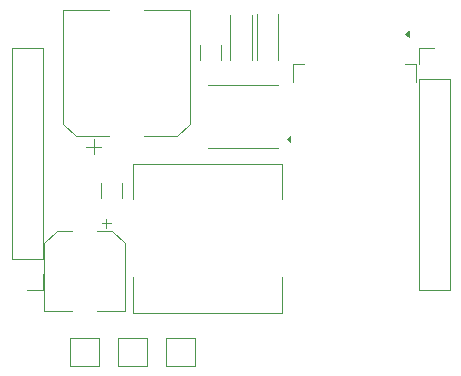
<source format=gbr>
%TF.GenerationSoftware,KiCad,Pcbnew,7.0.11*%
%TF.CreationDate,2025-01-11T05:46:01+09:00*%
%TF.ProjectId,VoltageBooster,566f6c74-6167-4654-926f-6f737465722e,rev?*%
%TF.SameCoordinates,Original*%
%TF.FileFunction,Legend,Top*%
%TF.FilePolarity,Positive*%
%FSLAX46Y46*%
G04 Gerber Fmt 4.6, Leading zero omitted, Abs format (unit mm)*
G04 Created by KiCad (PCBNEW 7.0.11) date 2025-01-11 05:46:01*
%MOMM*%
%LPD*%
G01*
G04 APERTURE LIST*
%ADD10C,0.120000*%
G04 APERTURE END LIST*
D10*
%TO.C,REF\u002A\u002A*%
X146882000Y-113354000D02*
X149282000Y-113354000D01*
X146882000Y-115754000D02*
X146882000Y-113354000D01*
X149282000Y-113354000D02*
X149282000Y-115754000D01*
X149282000Y-115754000D02*
X146882000Y-115754000D01*
X142818000Y-113354000D02*
X145218000Y-113354000D01*
X142818000Y-115754000D02*
X142818000Y-113354000D01*
X145218000Y-113354000D02*
X145218000Y-115754000D01*
X145218000Y-115754000D02*
X142818000Y-115754000D01*
X141154000Y-115754000D02*
X138754000Y-115754000D01*
X138754000Y-115754000D02*
X138754000Y-113354000D01*
X138754000Y-113354000D02*
X141154000Y-113354000D01*
X141154000Y-113354000D02*
X141154000Y-115754000D01*
%TO.C,D1*%
X150380000Y-97300000D02*
X156380000Y-97300000D01*
X150380000Y-91975000D02*
X156380000Y-91975000D01*
X157396827Y-96765000D02*
X157066827Y-96525000D01*
X157396827Y-96285000D01*
X157396827Y-96765000D01*
G36*
X157396827Y-96765000D02*
G01*
X157066827Y-96525000D01*
X157396827Y-96285000D01*
X157396827Y-96765000D01*
G37*
%TO.C,VR1*%
X168014000Y-90195000D02*
X167064000Y-90195000D01*
X157614000Y-90195000D02*
X158564000Y-90195000D01*
X168014000Y-91695000D02*
X168014000Y-90195000D01*
X157614000Y-91695000D02*
X157614000Y-90195000D01*
X167394000Y-87872500D02*
X167064000Y-87632500D01*
X167394000Y-87392500D01*
X167394000Y-87872500D01*
G36*
X167394000Y-87872500D02*
G01*
X167064000Y-87632500D01*
X167394000Y-87392500D01*
X167394000Y-87872500D01*
G37*
%TO.C,C1*%
X141801500Y-103258500D02*
X141801500Y-104046000D01*
X142195250Y-103652250D02*
X141407750Y-103652250D01*
X142299563Y-104286000D02*
X141014000Y-104286000D01*
X142299563Y-104286000D02*
X143364000Y-105350437D01*
X137608437Y-104286000D02*
X138894000Y-104286000D01*
X137608437Y-104286000D02*
X136544000Y-105350437D01*
X143364000Y-105350437D02*
X143364000Y-111106000D01*
X136544000Y-105350437D02*
X136544000Y-111106000D01*
X143364000Y-111106000D02*
X141014000Y-111106000D01*
X136544000Y-111106000D02*
X138894000Y-111106000D01*
%TO.C,L1*%
X144068000Y-98602000D02*
X156668000Y-98602000D01*
X144068000Y-101602000D02*
X144068000Y-98602000D01*
X144068000Y-111202000D02*
X144068000Y-108202000D01*
X156668000Y-98602000D02*
X156668000Y-101602000D01*
X156668000Y-108202000D02*
X156668000Y-111202000D01*
X156668000Y-111202000D02*
X144068000Y-111202000D01*
%TO.C,R2*%
X156368000Y-85964000D02*
X156368000Y-89804000D01*
X154528000Y-85964000D02*
X154528000Y-89804000D01*
%TO.C,C4*%
X140750000Y-97782000D02*
X140750000Y-96532000D01*
X140125000Y-97157000D02*
X141375000Y-97157000D01*
X139214437Y-96292000D02*
X142000000Y-96292000D01*
X139214437Y-96292000D02*
X138150000Y-95227563D01*
X147805563Y-96292000D02*
X145020000Y-96292000D01*
X147805563Y-96292000D02*
X148870000Y-95227563D01*
X138150000Y-95227563D02*
X138150000Y-85572000D01*
X148870000Y-95227563D02*
X148870000Y-85572000D01*
X138150000Y-85572000D02*
X142000000Y-85572000D01*
X148870000Y-85572000D02*
X145020000Y-85572000D01*
%TO.C,J2*%
X136458000Y-109280000D02*
X135128000Y-109280000D01*
X136458000Y-107950000D02*
X136458000Y-109280000D01*
X136458000Y-106680000D02*
X136458000Y-88840000D01*
X136458000Y-106680000D02*
X133798000Y-106680000D01*
X136458000Y-88840000D02*
X133798000Y-88840000D01*
X133798000Y-106680000D02*
X133798000Y-88840000D01*
%TO.C,C3*%
X149702000Y-89783000D02*
X149702000Y-88525000D01*
X151542000Y-89783000D02*
X151542000Y-88525000D01*
%TO.C,J1*%
X168240000Y-88840000D02*
X169570000Y-88840000D01*
X168240000Y-90170000D02*
X168240000Y-88840000D01*
X168240000Y-91440000D02*
X168240000Y-109280000D01*
X168240000Y-91440000D02*
X170900000Y-91440000D01*
X168240000Y-109280000D02*
X170900000Y-109280000D01*
X170900000Y-91440000D02*
X170900000Y-109280000D01*
%TO.C,C2*%
X141320000Y-101467000D02*
X141320000Y-100209000D01*
X143160000Y-101467000D02*
X143160000Y-100209000D01*
%TO.C,R1*%
X152318000Y-89809000D02*
X152318000Y-85969000D01*
X154158000Y-89809000D02*
X154158000Y-85969000D01*
%TD*%
M02*

</source>
